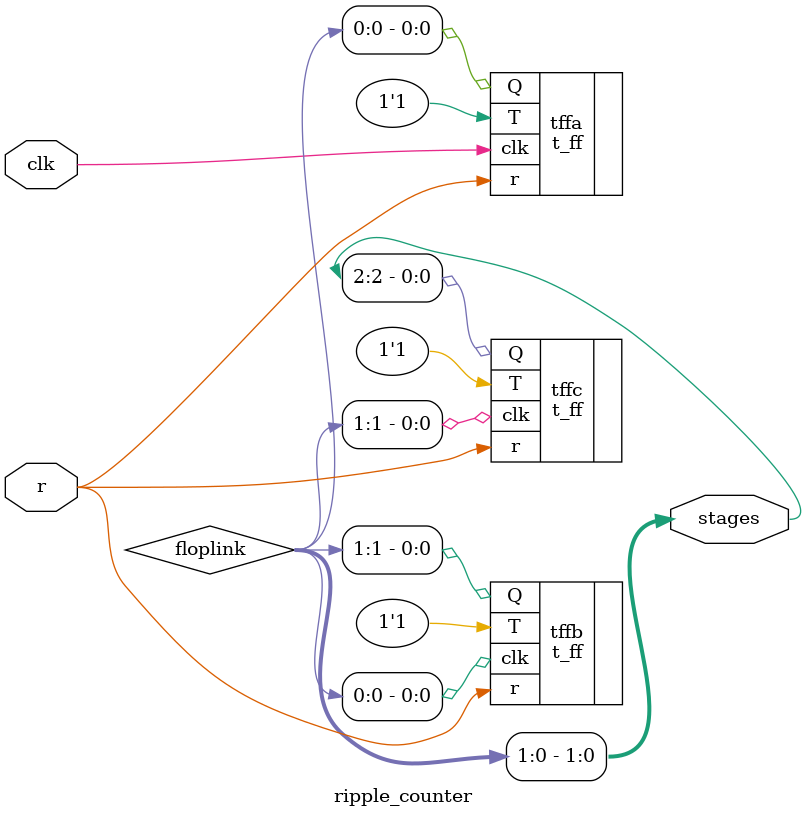
<source format=v>
module ripple_counter (
    input clk,
    input r,
    output [2:0] stages
    );
    
    wire [1:0] floplink;
    
    //tff's
    t_ff tffa(.clk(clk),         .T( 1'b1 ), .Q(floplink[0] ), .r(r));
    t_ff tffb(.clk(floplink[0]), .T( 1'b1 ), .Q(floplink[1]), .r(r));
    t_ff tffc(.clk(floplink[1]), .T( 1'b1 ), .Q(stages[2]), .r(r));
    
    assign stages[1:0] = floplink;
    
endmodule
</source>
